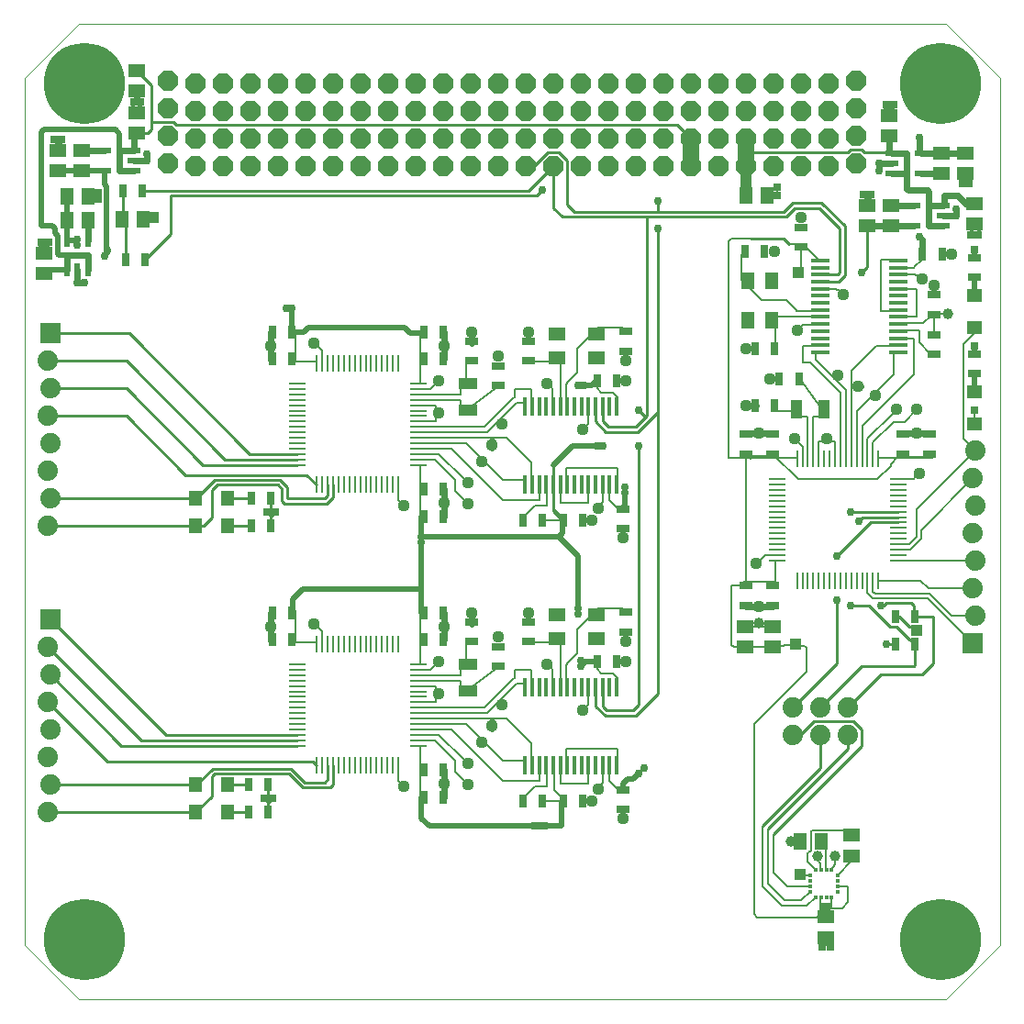
<source format=gtl>
G75*
%MOIN*%
%OFA0B0*%
%FSLAX25Y25*%
%IPPOS*%
%LPD*%
%AMOC8*
5,1,8,0,0,1.08239X$1,22.5*
%
%ADD10R,0.03150X0.04724*%
%ADD11R,0.05118X0.05906*%
%ADD12C,0.00000*%
%ADD13C,0.29528*%
%ADD14OC8,0.07400*%
%ADD15R,0.06102X0.00984*%
%ADD16R,0.00984X0.06102*%
%ADD17R,0.06890X0.01575*%
%ADD18R,0.03937X0.07087*%
%ADD19R,0.04724X0.03150*%
%ADD20C,0.00800*%
%ADD21C,0.04400*%
%ADD22C,0.02400*%
%ADD23R,0.04921X0.06299*%
%ADD24R,0.00984X0.03937*%
%ADD25R,0.03937X0.00984*%
%ADD26R,0.07400X0.07400*%
%ADD27C,0.07400*%
%ADD28R,0.01770X0.01180*%
%ADD29R,0.01180X0.01770*%
%ADD30R,0.05906X0.05118*%
%ADD31R,0.04724X0.02362*%
%ADD32R,0.02362X0.04724*%
%ADD33R,0.05512X0.04724*%
%ADD34R,0.01575X0.06890*%
%ADD35R,0.07087X0.03937*%
%ADD36R,0.06299X0.04921*%
%ADD37R,0.04724X0.05512*%
%ADD38C,0.01000*%
%ADD39C,0.02978*%
%ADD40R,0.02978X0.02978*%
%ADD41C,0.02000*%
%ADD42C,0.06000*%
%ADD43C,0.04000*%
%ADD44C,0.01200*%
%ADD45R,0.03962X0.03962*%
%ADD46C,0.03962*%
D10*
X0091754Y0072392D03*
X0098841Y0072392D03*
X0098841Y0082392D03*
X0091754Y0082392D03*
X0100274Y0135014D03*
X0107361Y0135014D03*
X0107361Y0144857D03*
X0100274Y0144857D03*
X0099841Y0176392D03*
X0092754Y0176392D03*
X0092754Y0186392D03*
X0099841Y0186392D03*
X0100274Y0237014D03*
X0107361Y0237014D03*
X0107361Y0246857D03*
X0100274Y0246857D03*
X0054020Y0273162D03*
X0046934Y0273162D03*
X0046082Y0298162D03*
X0053169Y0298162D03*
X0155235Y0246857D03*
X0162321Y0246857D03*
X0162321Y0237014D03*
X0155235Y0237014D03*
X0155235Y0189770D03*
X0162321Y0189770D03*
X0162321Y0179928D03*
X0155235Y0179928D03*
X0155235Y0144857D03*
X0162321Y0144857D03*
X0162321Y0135014D03*
X0155235Y0135014D03*
X0191317Y0178451D03*
X0198404Y0178451D03*
X0205924Y0178451D03*
X0213010Y0178451D03*
X0218325Y0229042D03*
X0225412Y0229042D03*
X0272081Y0276112D03*
X0279168Y0276112D03*
X0275683Y0240679D03*
X0282770Y0240679D03*
X0284542Y0229852D03*
X0291628Y0229852D03*
X0282770Y0220009D03*
X0275683Y0220009D03*
X0336550Y0275128D03*
X0343636Y0275128D03*
X0333841Y0143392D03*
X0326754Y0143392D03*
X0326754Y0133392D03*
X0333841Y0133392D03*
X0225412Y0127042D03*
X0218325Y0127042D03*
X0213010Y0076451D03*
X0205924Y0076451D03*
X0198404Y0076451D03*
X0191317Y0076451D03*
X0162321Y0077928D03*
X0155235Y0077928D03*
X0155235Y0087770D03*
X0162321Y0087770D03*
D11*
X0292157Y0061992D03*
X0299638Y0061992D03*
X0280038Y0296392D03*
X0272557Y0296392D03*
X0053280Y0287844D03*
X0045800Y0287844D03*
X0033288Y0287392D03*
X0025807Y0287392D03*
X0025807Y0296142D03*
X0033288Y0296142D03*
D12*
X0010258Y0338998D02*
X0010258Y0024038D01*
X0029943Y0004353D01*
X0344904Y0004353D01*
X0364589Y0024038D01*
X0364589Y0338998D01*
X0344904Y0358683D01*
X0029943Y0358683D01*
X0010258Y0338998D01*
D13*
X0031912Y0337030D03*
X0342935Y0337030D03*
X0342935Y0026006D03*
X0031912Y0026006D03*
D14*
X0062424Y0308030D03*
X0062424Y0318030D03*
X0072424Y0317030D03*
X0072424Y0327030D03*
X0062424Y0328030D03*
X0062424Y0338030D03*
X0072424Y0337030D03*
X0082424Y0337030D03*
X0092424Y0337030D03*
X0102424Y0337030D03*
X0112424Y0337030D03*
X0122424Y0337030D03*
X0132424Y0337030D03*
X0142424Y0337030D03*
X0152424Y0337030D03*
X0162424Y0337030D03*
X0172424Y0337030D03*
X0182424Y0337030D03*
X0192424Y0337030D03*
X0202424Y0337030D03*
X0212424Y0337030D03*
X0222424Y0337030D03*
X0232424Y0337030D03*
X0242424Y0337030D03*
X0252424Y0337030D03*
X0262424Y0337030D03*
X0272424Y0337030D03*
X0282424Y0337030D03*
X0292424Y0337030D03*
X0302424Y0337030D03*
X0312424Y0338030D03*
X0312424Y0328030D03*
X0302424Y0327030D03*
X0302424Y0317030D03*
X0302424Y0307030D03*
X0292424Y0307030D03*
X0292424Y0317030D03*
X0292424Y0327030D03*
X0282424Y0327030D03*
X0282424Y0317030D03*
X0282424Y0307030D03*
X0272424Y0307030D03*
X0272424Y0317030D03*
X0272424Y0327030D03*
X0262424Y0327030D03*
X0262424Y0317030D03*
X0262424Y0307030D03*
X0252424Y0307030D03*
X0252424Y0317030D03*
X0252424Y0327030D03*
X0242424Y0327030D03*
X0242424Y0317030D03*
X0242424Y0307030D03*
X0232424Y0307030D03*
X0232424Y0317030D03*
X0232424Y0327030D03*
X0222424Y0327030D03*
X0222424Y0317030D03*
X0222424Y0307030D03*
X0212424Y0307030D03*
X0212424Y0317030D03*
X0212424Y0327030D03*
X0202424Y0327030D03*
X0202424Y0317030D03*
X0202424Y0307030D03*
X0192424Y0307030D03*
X0192424Y0317030D03*
X0192424Y0327030D03*
X0182424Y0327030D03*
X0182424Y0317030D03*
X0182424Y0307030D03*
X0172424Y0307030D03*
X0172424Y0317030D03*
X0172424Y0327030D03*
X0162424Y0327030D03*
X0162424Y0317030D03*
X0162424Y0307030D03*
X0152424Y0307030D03*
X0152424Y0317030D03*
X0152424Y0327030D03*
X0142424Y0327030D03*
X0142424Y0317030D03*
X0142424Y0307030D03*
X0132424Y0307030D03*
X0132424Y0317030D03*
X0132424Y0327030D03*
X0122424Y0327030D03*
X0122424Y0317030D03*
X0122424Y0307030D03*
X0112424Y0307030D03*
X0112424Y0317030D03*
X0112424Y0327030D03*
X0102424Y0327030D03*
X0102424Y0317030D03*
X0102424Y0307030D03*
X0092424Y0307030D03*
X0092424Y0317030D03*
X0092424Y0327030D03*
X0082424Y0327030D03*
X0082424Y0317030D03*
X0082424Y0307030D03*
X0072424Y0307030D03*
X0312424Y0308030D03*
X0312424Y0318030D03*
D15*
X0327770Y0193435D03*
X0327770Y0191466D03*
X0327770Y0189498D03*
X0327770Y0187529D03*
X0327770Y0185561D03*
X0327770Y0183592D03*
X0327770Y0181624D03*
X0327770Y0179655D03*
X0327770Y0177687D03*
X0327770Y0175718D03*
X0327770Y0173750D03*
X0327770Y0171781D03*
X0327770Y0169813D03*
X0327770Y0167844D03*
X0327770Y0165876D03*
X0327770Y0163907D03*
X0283676Y0163907D03*
X0283676Y0165876D03*
X0283676Y0167844D03*
X0283676Y0169813D03*
X0283676Y0171781D03*
X0283676Y0173750D03*
X0283676Y0175718D03*
X0283676Y0177687D03*
X0283676Y0179655D03*
X0283676Y0181624D03*
X0283676Y0183592D03*
X0283676Y0185561D03*
X0283676Y0187529D03*
X0283676Y0189498D03*
X0283676Y0191466D03*
X0283676Y0193435D03*
X0153345Y0198628D03*
X0153345Y0200597D03*
X0153345Y0202565D03*
X0153345Y0204534D03*
X0153345Y0206502D03*
X0153345Y0208471D03*
X0153345Y0210439D03*
X0153345Y0212408D03*
X0153345Y0214376D03*
X0153345Y0216345D03*
X0153345Y0218313D03*
X0153345Y0220282D03*
X0153345Y0222250D03*
X0153345Y0224219D03*
X0153345Y0226187D03*
X0153345Y0228156D03*
X0109250Y0228156D03*
X0109250Y0226187D03*
X0109250Y0224219D03*
X0109250Y0222250D03*
X0109250Y0220282D03*
X0109250Y0218313D03*
X0109250Y0216345D03*
X0109250Y0214376D03*
X0109250Y0212408D03*
X0109250Y0210439D03*
X0109250Y0208471D03*
X0109250Y0206502D03*
X0109250Y0204534D03*
X0109250Y0202565D03*
X0109250Y0200597D03*
X0109250Y0198628D03*
X0109250Y0126156D03*
X0109250Y0124187D03*
X0109250Y0122219D03*
X0109250Y0120250D03*
X0109250Y0118282D03*
X0109250Y0116313D03*
X0109250Y0114345D03*
X0109250Y0112376D03*
X0109250Y0110408D03*
X0109250Y0108439D03*
X0109250Y0106471D03*
X0109250Y0104502D03*
X0109250Y0102534D03*
X0109250Y0100565D03*
X0109250Y0098597D03*
X0109250Y0096628D03*
X0153345Y0096628D03*
X0153345Y0098597D03*
X0153345Y0100565D03*
X0153345Y0102534D03*
X0153345Y0104502D03*
X0153345Y0106471D03*
X0153345Y0108439D03*
X0153345Y0110408D03*
X0153345Y0112376D03*
X0153345Y0114345D03*
X0153345Y0116313D03*
X0153345Y0118282D03*
X0153345Y0120250D03*
X0153345Y0122219D03*
X0153345Y0124187D03*
X0153345Y0126156D03*
D16*
X0146061Y0133439D03*
X0144093Y0133439D03*
X0142124Y0133439D03*
X0140156Y0133439D03*
X0138187Y0133439D03*
X0136219Y0133439D03*
X0134250Y0133439D03*
X0132282Y0133439D03*
X0130313Y0133439D03*
X0128345Y0133439D03*
X0126376Y0133439D03*
X0124408Y0133439D03*
X0122439Y0133439D03*
X0120471Y0133439D03*
X0118502Y0133439D03*
X0116534Y0133439D03*
X0116534Y0089345D03*
X0118502Y0089345D03*
X0120471Y0089345D03*
X0122439Y0089345D03*
X0124408Y0089345D03*
X0126376Y0089345D03*
X0128345Y0089345D03*
X0130313Y0089345D03*
X0132282Y0089345D03*
X0134250Y0089345D03*
X0136219Y0089345D03*
X0138187Y0089345D03*
X0140156Y0089345D03*
X0142124Y0089345D03*
X0144093Y0089345D03*
X0146061Y0089345D03*
X0146061Y0191345D03*
X0144093Y0191345D03*
X0142124Y0191345D03*
X0140156Y0191345D03*
X0138187Y0191345D03*
X0136219Y0191345D03*
X0134250Y0191345D03*
X0132282Y0191345D03*
X0130313Y0191345D03*
X0128345Y0191345D03*
X0126376Y0191345D03*
X0124408Y0191345D03*
X0122439Y0191345D03*
X0120471Y0191345D03*
X0118502Y0191345D03*
X0116534Y0191345D03*
X0116534Y0235439D03*
X0118502Y0235439D03*
X0120471Y0235439D03*
X0122439Y0235439D03*
X0124408Y0235439D03*
X0126376Y0235439D03*
X0128345Y0235439D03*
X0130313Y0235439D03*
X0132282Y0235439D03*
X0134250Y0235439D03*
X0136219Y0235439D03*
X0138187Y0235439D03*
X0140156Y0235439D03*
X0142124Y0235439D03*
X0144093Y0235439D03*
X0146061Y0235439D03*
X0290959Y0200718D03*
X0292928Y0200718D03*
X0294896Y0200718D03*
X0296865Y0200718D03*
X0298833Y0200718D03*
X0300802Y0200718D03*
X0302770Y0200718D03*
X0304739Y0200718D03*
X0306707Y0200718D03*
X0308676Y0200718D03*
X0310644Y0200718D03*
X0312613Y0200718D03*
X0314581Y0200718D03*
X0316550Y0200718D03*
X0318518Y0200718D03*
X0320487Y0200718D03*
X0320487Y0156624D03*
X0318518Y0156624D03*
X0316550Y0156624D03*
X0314581Y0156624D03*
X0312613Y0156624D03*
X0310644Y0156624D03*
X0308676Y0156624D03*
X0306707Y0156624D03*
X0304739Y0156624D03*
X0302770Y0156624D03*
X0300802Y0156624D03*
X0298833Y0156624D03*
X0296865Y0156624D03*
X0294896Y0156624D03*
X0292928Y0156624D03*
X0290959Y0156624D03*
D17*
X0299424Y0239537D03*
X0299424Y0242096D03*
X0299424Y0244655D03*
X0299424Y0247214D03*
X0299424Y0249773D03*
X0299424Y0252332D03*
X0299424Y0254891D03*
X0299424Y0257450D03*
X0299424Y0260009D03*
X0299424Y0262569D03*
X0299424Y0265128D03*
X0299424Y0267687D03*
X0299424Y0270246D03*
X0299424Y0272805D03*
X0327770Y0272805D03*
X0327770Y0270246D03*
X0327770Y0267687D03*
X0327770Y0265128D03*
X0327770Y0262569D03*
X0327770Y0260009D03*
X0327770Y0257450D03*
X0327770Y0254891D03*
X0327770Y0252332D03*
X0327770Y0249773D03*
X0327770Y0247214D03*
X0327770Y0244655D03*
X0327770Y0242096D03*
X0327770Y0239537D03*
D18*
X0300644Y0218671D03*
X0290802Y0218671D03*
D19*
X0282101Y0209694D03*
X0282101Y0202608D03*
X0272258Y0202608D03*
X0272258Y0209694D03*
X0227754Y0182565D03*
X0227754Y0175479D03*
X0228739Y0145034D03*
X0228739Y0137947D03*
X0193306Y0141431D03*
X0193306Y0134345D03*
X0182479Y0132573D03*
X0182479Y0125487D03*
X0172636Y0134345D03*
X0172636Y0141431D03*
X0227754Y0080565D03*
X0227754Y0073479D03*
X0272258Y0147647D03*
X0272258Y0154734D03*
X0282101Y0154734D03*
X0282101Y0147647D03*
X0329345Y0202608D03*
X0329345Y0209694D03*
X0339187Y0209694D03*
X0339187Y0202608D03*
X0355298Y0231849D03*
X0355298Y0238935D03*
X0340664Y0238691D03*
X0340664Y0245777D03*
X0340664Y0253297D03*
X0340664Y0260383D03*
X0355298Y0266849D03*
X0355298Y0273935D03*
X0292435Y0277903D03*
X0292435Y0284990D03*
X0228739Y0247034D03*
X0228739Y0239947D03*
X0193306Y0243431D03*
X0193306Y0236345D03*
X0182479Y0234573D03*
X0182479Y0227487D03*
X0172636Y0236345D03*
X0172636Y0243431D03*
D20*
X0170668Y0236030D02*
X0170668Y0228156D01*
X0168699Y0228156D02*
X0168699Y0224219D01*
X0153935Y0224219D01*
X0153935Y0222250D02*
X0168699Y0222250D01*
X0168699Y0218313D01*
X0171652Y0219298D02*
X0182479Y0227172D01*
X0188384Y0226187D02*
X0188384Y0223566D01*
X0188150Y0223000D02*
X0177557Y0212408D01*
X0154920Y0212408D01*
X0154920Y0210439D02*
X0178542Y0210439D01*
X0189134Y0221032D01*
X0189700Y0221266D02*
X0192321Y0221266D01*
X0194540Y0221266D02*
X0194540Y0226187D01*
X0188384Y0226187D01*
X0188384Y0223566D02*
X0188382Y0223514D01*
X0188377Y0223462D01*
X0188369Y0223410D01*
X0188357Y0223359D01*
X0188342Y0223309D01*
X0188323Y0223260D01*
X0188301Y0223212D01*
X0188277Y0223166D01*
X0188249Y0223122D01*
X0188219Y0223079D01*
X0188185Y0223039D01*
X0188150Y0223000D01*
X0189134Y0221032D02*
X0189173Y0221067D01*
X0189213Y0221101D01*
X0189256Y0221131D01*
X0189300Y0221159D01*
X0189346Y0221183D01*
X0189394Y0221205D01*
X0189443Y0221224D01*
X0189493Y0221239D01*
X0189544Y0221251D01*
X0189596Y0221259D01*
X0189648Y0221264D01*
X0189700Y0221266D01*
X0200195Y0228156D02*
X0201929Y0226422D01*
X0202164Y0225856D02*
X0202164Y0219298D01*
X0205117Y0220282D02*
X0205117Y0237014D01*
X0203148Y0236030D02*
X0192321Y0236030D01*
X0201930Y0226422D02*
X0201965Y0226383D01*
X0201999Y0226343D01*
X0202029Y0226300D01*
X0202057Y0226256D01*
X0202081Y0226210D01*
X0202103Y0226162D01*
X0202122Y0226113D01*
X0202137Y0226063D01*
X0202149Y0226012D01*
X0202157Y0225960D01*
X0202162Y0225908D01*
X0202164Y0225856D01*
X0207085Y0227825D02*
X0207085Y0220282D01*
X0207085Y0227825D02*
X0207087Y0227877D01*
X0207092Y0227929D01*
X0207100Y0227981D01*
X0207112Y0228032D01*
X0207127Y0228082D01*
X0207146Y0228131D01*
X0207168Y0228179D01*
X0207192Y0228225D01*
X0207220Y0228269D01*
X0207250Y0228312D01*
X0207284Y0228352D01*
X0207319Y0228391D01*
X0207319Y0228390D02*
X0211022Y0232093D01*
X0211022Y0240620D01*
X0211256Y0241185D02*
X0215943Y0245872D01*
X0218404Y0248333D02*
X0227423Y0248333D01*
X0227989Y0248099D02*
X0228739Y0247349D01*
X0227989Y0248099D02*
X0227950Y0248134D01*
X0227910Y0248168D01*
X0227867Y0248198D01*
X0227823Y0248226D01*
X0227777Y0248250D01*
X0227729Y0248272D01*
X0227680Y0248291D01*
X0227630Y0248306D01*
X0227579Y0248318D01*
X0227527Y0248326D01*
X0227475Y0248331D01*
X0227423Y0248333D01*
X0211256Y0241186D02*
X0211221Y0241147D01*
X0211187Y0241107D01*
X0211157Y0241064D01*
X0211129Y0241020D01*
X0211105Y0240974D01*
X0211083Y0240926D01*
X0211064Y0240877D01*
X0211049Y0240827D01*
X0211037Y0240776D01*
X0211029Y0240724D01*
X0211024Y0240672D01*
X0211022Y0240620D01*
X0218306Y0229140D02*
X0218306Y0226384D01*
X0219880Y0224809D01*
X0224211Y0224809D01*
X0225786Y0223235D01*
X0225786Y0220085D01*
X0214959Y0218313D02*
X0214959Y0213723D01*
X0214725Y0213158D02*
X0212991Y0211424D01*
X0214725Y0213157D02*
X0214760Y0213196D01*
X0214794Y0213236D01*
X0214824Y0213279D01*
X0214852Y0213323D01*
X0214876Y0213369D01*
X0214898Y0213417D01*
X0214917Y0213466D01*
X0214932Y0213516D01*
X0214944Y0213567D01*
X0214952Y0213619D01*
X0214957Y0213671D01*
X0214959Y0213723D01*
X0207085Y0197644D02*
X0225786Y0197644D01*
X0225786Y0189770D01*
X0222833Y0189770D02*
X0222833Y0186164D01*
X0223067Y0185599D02*
X0225786Y0182880D01*
X0223067Y0185598D02*
X0223032Y0185637D01*
X0222998Y0185677D01*
X0222968Y0185720D01*
X0222940Y0185764D01*
X0222916Y0185810D01*
X0222894Y0185858D01*
X0222875Y0185907D01*
X0222860Y0185957D01*
X0222848Y0186008D01*
X0222840Y0186060D01*
X0222835Y0186112D01*
X0222833Y0186164D01*
X0220372Y0185672D02*
X0220372Y0191246D01*
X0214959Y0189770D02*
X0214959Y0184849D01*
X0205117Y0184849D01*
X0205117Y0189770D01*
X0202656Y0189278D02*
X0202656Y0182388D01*
X0205609Y0179435D01*
X0205609Y0178451D02*
X0197735Y0178451D01*
X0205117Y0177467D02*
X0205609Y0177467D01*
X0200195Y0183865D02*
X0195766Y0183865D01*
X0191829Y0179928D01*
X0197243Y0185833D02*
X0197243Y0188786D01*
X0200195Y0188786D02*
X0200195Y0183865D01*
X0197243Y0185833D02*
X0183994Y0185833D01*
X0165294Y0204534D01*
X0152951Y0204534D01*
X0152459Y0206502D02*
X0170668Y0206502D01*
X0183955Y0193215D01*
X0192321Y0193215D01*
X0194540Y0192965D02*
X0194540Y0199363D01*
X0185431Y0208471D01*
X0153935Y0208471D01*
X0156235Y0214376D02*
X0159841Y0214376D01*
X0159841Y0220282D01*
X0153935Y0220282D01*
X0154920Y0226187D02*
X0157872Y0226187D01*
X0160825Y0229140D01*
X0153935Y0228156D02*
X0153935Y0247349D01*
X0118502Y0239636D02*
X0118502Y0236030D01*
X0116534Y0236030D02*
X0108660Y0236030D01*
X0107676Y0236030D01*
X0108660Y0236030D02*
X0108660Y0247841D01*
X0114565Y0243904D02*
X0118268Y0240201D01*
X0118268Y0240202D02*
X0118303Y0240163D01*
X0118337Y0240123D01*
X0118367Y0240080D01*
X0118395Y0240036D01*
X0118419Y0239990D01*
X0118441Y0239942D01*
X0118460Y0239893D01*
X0118475Y0239843D01*
X0118487Y0239792D01*
X0118495Y0239740D01*
X0118500Y0239688D01*
X0118502Y0239636D01*
X0154920Y0202565D02*
X0160825Y0202565D01*
X0169941Y0193449D01*
X0169941Y0191225D01*
X0166731Y0193215D02*
X0166731Y0189209D01*
X0171298Y0184642D01*
X0166731Y0193215D02*
X0159349Y0200597D01*
X0155412Y0200597D01*
X0153935Y0198628D02*
X0153935Y0178943D01*
X0148030Y0183865D02*
X0146296Y0185599D01*
X0146061Y0186164D02*
X0146061Y0190754D01*
X0146061Y0186164D02*
X0146063Y0186112D01*
X0146068Y0186060D01*
X0146076Y0186008D01*
X0146088Y0185957D01*
X0146103Y0185907D01*
X0146122Y0185858D01*
X0146144Y0185810D01*
X0146168Y0185764D01*
X0146196Y0185720D01*
X0146226Y0185677D01*
X0146260Y0185637D01*
X0146295Y0185598D01*
X0153935Y0145349D02*
X0153935Y0126156D01*
X0154920Y0124187D02*
X0157872Y0124187D01*
X0160825Y0127140D01*
X0168699Y0126156D02*
X0168699Y0122219D01*
X0153935Y0122219D01*
X0153935Y0120250D02*
X0168699Y0120250D01*
X0168699Y0116313D01*
X0171652Y0117298D02*
X0182479Y0125172D01*
X0188384Y0124187D02*
X0188384Y0121566D01*
X0188150Y0121000D02*
X0177557Y0110408D01*
X0154920Y0110408D01*
X0154920Y0108439D02*
X0178542Y0108439D01*
X0189134Y0119032D01*
X0189700Y0119266D02*
X0192321Y0119266D01*
X0194540Y0119266D02*
X0194540Y0124187D01*
X0188384Y0124187D01*
X0188384Y0121566D02*
X0188382Y0121514D01*
X0188377Y0121462D01*
X0188369Y0121410D01*
X0188357Y0121359D01*
X0188342Y0121309D01*
X0188323Y0121260D01*
X0188301Y0121212D01*
X0188277Y0121166D01*
X0188249Y0121122D01*
X0188219Y0121079D01*
X0188185Y0121039D01*
X0188150Y0121000D01*
X0189134Y0119032D02*
X0189173Y0119067D01*
X0189213Y0119101D01*
X0189256Y0119131D01*
X0189300Y0119159D01*
X0189346Y0119183D01*
X0189394Y0119205D01*
X0189443Y0119224D01*
X0189493Y0119239D01*
X0189544Y0119251D01*
X0189596Y0119259D01*
X0189648Y0119264D01*
X0189700Y0119266D01*
X0200195Y0126156D02*
X0201929Y0124422D01*
X0202164Y0123856D02*
X0202164Y0117298D01*
X0205117Y0118282D02*
X0205117Y0135014D01*
X0203148Y0134030D02*
X0192321Y0134030D01*
X0201930Y0124422D02*
X0201965Y0124383D01*
X0201999Y0124343D01*
X0202029Y0124300D01*
X0202057Y0124256D01*
X0202081Y0124210D01*
X0202103Y0124162D01*
X0202122Y0124113D01*
X0202137Y0124063D01*
X0202149Y0124012D01*
X0202157Y0123960D01*
X0202162Y0123908D01*
X0202164Y0123856D01*
X0207085Y0125825D02*
X0207085Y0118282D01*
X0207085Y0125825D02*
X0207087Y0125877D01*
X0207092Y0125929D01*
X0207100Y0125981D01*
X0207112Y0126032D01*
X0207127Y0126082D01*
X0207146Y0126131D01*
X0207168Y0126179D01*
X0207192Y0126225D01*
X0207220Y0126269D01*
X0207250Y0126312D01*
X0207284Y0126352D01*
X0207319Y0126391D01*
X0207319Y0126390D02*
X0211022Y0130093D01*
X0211022Y0138620D01*
X0211256Y0139185D02*
X0215943Y0143872D01*
X0218404Y0146333D02*
X0227423Y0146333D01*
X0227989Y0146099D02*
X0228739Y0145349D01*
X0227989Y0146099D02*
X0227950Y0146134D01*
X0227910Y0146168D01*
X0227867Y0146198D01*
X0227823Y0146226D01*
X0227777Y0146250D01*
X0227729Y0146272D01*
X0227680Y0146291D01*
X0227630Y0146306D01*
X0227579Y0146318D01*
X0227527Y0146326D01*
X0227475Y0146331D01*
X0227423Y0146333D01*
X0211256Y0139186D02*
X0211221Y0139147D01*
X0211187Y0139107D01*
X0211157Y0139064D01*
X0211129Y0139020D01*
X0211105Y0138974D01*
X0211083Y0138926D01*
X0211064Y0138877D01*
X0211049Y0138827D01*
X0211037Y0138776D01*
X0211029Y0138724D01*
X0211024Y0138672D01*
X0211022Y0138620D01*
X0218306Y0127140D02*
X0218306Y0124384D01*
X0219880Y0122809D01*
X0224211Y0122809D01*
X0225786Y0121235D01*
X0225786Y0118085D01*
X0214959Y0116313D02*
X0214959Y0111723D01*
X0214725Y0111158D02*
X0212991Y0109424D01*
X0214725Y0111157D02*
X0214760Y0111196D01*
X0214794Y0111236D01*
X0214824Y0111279D01*
X0214852Y0111323D01*
X0214876Y0111369D01*
X0214898Y0111417D01*
X0214917Y0111466D01*
X0214932Y0111516D01*
X0214944Y0111567D01*
X0214952Y0111619D01*
X0214957Y0111671D01*
X0214959Y0111723D01*
X0207085Y0095644D02*
X0225786Y0095644D01*
X0225786Y0087770D01*
X0222833Y0087770D02*
X0222833Y0084164D01*
X0223067Y0083599D02*
X0225786Y0080880D01*
X0223067Y0083598D02*
X0223032Y0083637D01*
X0222998Y0083677D01*
X0222968Y0083720D01*
X0222940Y0083764D01*
X0222916Y0083810D01*
X0222894Y0083858D01*
X0222875Y0083907D01*
X0222860Y0083957D01*
X0222848Y0084008D01*
X0222840Y0084060D01*
X0222835Y0084112D01*
X0222833Y0084164D01*
X0220372Y0083672D02*
X0220372Y0089246D01*
X0214959Y0087770D02*
X0214959Y0082849D01*
X0205117Y0082849D01*
X0205117Y0087770D01*
X0202656Y0087278D02*
X0202656Y0080388D01*
X0205609Y0077435D01*
X0205609Y0076451D02*
X0197735Y0076451D01*
X0205117Y0075467D02*
X0205609Y0075467D01*
X0200195Y0081865D02*
X0195766Y0081865D01*
X0191829Y0077928D01*
X0197243Y0083833D02*
X0197243Y0086786D01*
X0200195Y0086786D02*
X0200195Y0081865D01*
X0197243Y0083833D02*
X0183994Y0083833D01*
X0165294Y0102534D01*
X0152951Y0102534D01*
X0152459Y0104502D02*
X0170668Y0104502D01*
X0183955Y0091215D01*
X0192321Y0091215D01*
X0194540Y0090965D02*
X0194540Y0097363D01*
X0185431Y0106471D01*
X0153935Y0106471D01*
X0156235Y0112376D02*
X0159841Y0112376D01*
X0159841Y0118282D01*
X0153935Y0118282D01*
X0154920Y0100565D02*
X0160825Y0100565D01*
X0169941Y0091449D01*
X0169941Y0089225D01*
X0166731Y0091215D02*
X0166731Y0087209D01*
X0171298Y0082642D01*
X0166731Y0091215D02*
X0159349Y0098597D01*
X0155412Y0098597D01*
X0153935Y0096628D02*
X0153935Y0076943D01*
X0148030Y0081865D02*
X0146296Y0083599D01*
X0146061Y0084164D02*
X0146061Y0088754D01*
X0146061Y0084164D02*
X0146063Y0084112D01*
X0146068Y0084060D01*
X0146076Y0084008D01*
X0146088Y0083957D01*
X0146103Y0083907D01*
X0146122Y0083858D01*
X0146144Y0083810D01*
X0146168Y0083764D01*
X0146196Y0083720D01*
X0146226Y0083677D01*
X0146260Y0083637D01*
X0146295Y0083598D01*
X0170668Y0126156D02*
X0170668Y0134030D01*
X0207085Y0095644D02*
X0207085Y0089739D01*
X0220372Y0083672D02*
X0220366Y0083580D01*
X0220356Y0083488D01*
X0220342Y0083397D01*
X0220324Y0083306D01*
X0220303Y0083216D01*
X0220278Y0083127D01*
X0220250Y0083039D01*
X0220218Y0082952D01*
X0220182Y0082867D01*
X0220143Y0082783D01*
X0220100Y0082701D01*
X0220054Y0082621D01*
X0220005Y0082543D01*
X0219952Y0082467D01*
X0219897Y0082393D01*
X0219838Y0082322D01*
X0219777Y0082253D01*
X0219712Y0082186D01*
X0219645Y0082122D01*
X0219646Y0082122D02*
X0218404Y0080880D01*
X0267935Y0132502D02*
X0267148Y0133290D01*
X0267148Y0154943D01*
X0271874Y0154943D01*
X0272128Y0155197D01*
X0272328Y0155397D01*
X0272328Y0201916D01*
X0282774Y0201916D01*
X0291298Y0193392D01*
X0320098Y0193392D01*
X0324898Y0198192D01*
X0324898Y0198992D01*
X0327298Y0201392D01*
X0338746Y0201392D01*
X0339192Y0201838D01*
X0340172Y0201309D02*
X0320487Y0201309D01*
X0318518Y0202785D02*
X0318518Y0206722D01*
X0325900Y0214104D01*
X0329906Y0214104D01*
X0334473Y0218671D01*
X0327890Y0217315D02*
X0325666Y0217315D01*
X0316550Y0208198D01*
X0316550Y0202293D01*
X0314581Y0200324D02*
X0314581Y0212667D01*
X0333282Y0231368D01*
X0333282Y0244616D01*
X0330329Y0244616D01*
X0330329Y0247569D02*
X0335250Y0247569D01*
X0335250Y0243139D01*
X0339187Y0239202D01*
X0340664Y0245108D02*
X0340664Y0252982D01*
X0341074Y0253392D01*
X0345698Y0253392D01*
X0341648Y0252982D02*
X0341648Y0252490D01*
X0339680Y0252982D02*
X0336727Y0250029D01*
X0329837Y0250029D01*
X0329345Y0252490D02*
X0334266Y0252490D01*
X0334266Y0262332D01*
X0329345Y0262332D01*
X0333443Y0267746D02*
X0333535Y0267740D01*
X0333627Y0267730D01*
X0333718Y0267716D01*
X0333809Y0267698D01*
X0333899Y0267677D01*
X0333988Y0267652D01*
X0334076Y0267624D01*
X0334163Y0267592D01*
X0334248Y0267556D01*
X0334332Y0267517D01*
X0334414Y0267474D01*
X0334494Y0267428D01*
X0334572Y0267379D01*
X0334648Y0267326D01*
X0334722Y0267271D01*
X0334793Y0267212D01*
X0334862Y0267151D01*
X0334929Y0267086D01*
X0334993Y0267019D01*
X0336235Y0265777D01*
X0333443Y0267746D02*
X0327869Y0267746D01*
X0329345Y0270206D02*
X0332951Y0270206D01*
X0333516Y0270441D02*
X0336235Y0273159D01*
X0333517Y0270440D02*
X0333478Y0270405D01*
X0333438Y0270371D01*
X0333395Y0270341D01*
X0333351Y0270313D01*
X0333305Y0270289D01*
X0333257Y0270267D01*
X0333208Y0270248D01*
X0333158Y0270233D01*
X0333107Y0270221D01*
X0333055Y0270213D01*
X0333003Y0270208D01*
X0332951Y0270206D01*
X0329345Y0273159D02*
X0321471Y0273159D01*
X0321471Y0254458D01*
X0327376Y0254458D01*
X0326150Y0241913D02*
X0319752Y0241913D01*
X0310644Y0232805D01*
X0310644Y0201309D01*
X0308676Y0202293D02*
X0308676Y0225915D01*
X0298083Y0236507D01*
X0297849Y0237073D02*
X0297849Y0239694D01*
X0297849Y0241913D02*
X0292928Y0241913D01*
X0292928Y0235757D01*
X0295549Y0235757D01*
X0296115Y0235523D02*
X0306707Y0224931D01*
X0306707Y0202293D01*
X0304739Y0203609D02*
X0304739Y0207214D01*
X0298833Y0207214D01*
X0298833Y0201309D01*
X0296865Y0201309D02*
X0296865Y0216072D01*
X0300802Y0216072D01*
X0299817Y0219025D02*
X0291943Y0229852D01*
X0295549Y0235757D02*
X0295601Y0235755D01*
X0295653Y0235750D01*
X0295705Y0235742D01*
X0295756Y0235730D01*
X0295806Y0235715D01*
X0295855Y0235696D01*
X0295903Y0235674D01*
X0295949Y0235650D01*
X0295993Y0235622D01*
X0296036Y0235592D01*
X0296076Y0235558D01*
X0296115Y0235523D01*
X0298083Y0236507D02*
X0298048Y0236546D01*
X0298014Y0236586D01*
X0297984Y0236629D01*
X0297956Y0236673D01*
X0297932Y0236719D01*
X0297910Y0236767D01*
X0297891Y0236816D01*
X0297876Y0236866D01*
X0297864Y0236917D01*
X0297856Y0236969D01*
X0297851Y0237021D01*
X0297849Y0237073D01*
X0292693Y0249303D02*
X0292732Y0249338D01*
X0292772Y0249372D01*
X0292815Y0249402D01*
X0292859Y0249430D01*
X0292905Y0249454D01*
X0292953Y0249476D01*
X0293002Y0249495D01*
X0293052Y0249510D01*
X0293103Y0249522D01*
X0293155Y0249530D01*
X0293207Y0249535D01*
X0293259Y0249537D01*
X0299817Y0249537D01*
X0298833Y0252490D02*
X0282101Y0252490D01*
X0283085Y0250521D02*
X0283085Y0239694D01*
X0290959Y0247569D02*
X0292693Y0249303D01*
X0291290Y0254458D02*
X0298833Y0254458D01*
X0291290Y0254458D02*
X0291238Y0254460D01*
X0291186Y0254465D01*
X0291134Y0254473D01*
X0291083Y0254485D01*
X0291033Y0254500D01*
X0290984Y0254519D01*
X0290936Y0254541D01*
X0290890Y0254565D01*
X0290846Y0254593D01*
X0290803Y0254623D01*
X0290763Y0254657D01*
X0290724Y0254692D01*
X0290725Y0254693D02*
X0287022Y0258395D01*
X0278495Y0258395D01*
X0277929Y0258630D02*
X0273243Y0263317D01*
X0270782Y0265777D02*
X0270782Y0274796D01*
X0271016Y0275362D02*
X0271766Y0276112D01*
X0271016Y0275362D02*
X0270981Y0275323D01*
X0270947Y0275283D01*
X0270917Y0275240D01*
X0270889Y0275196D01*
X0270865Y0275150D01*
X0270843Y0275102D01*
X0270824Y0275053D01*
X0270809Y0275003D01*
X0270797Y0274952D01*
X0270789Y0274900D01*
X0270784Y0274848D01*
X0270782Y0274796D01*
X0266164Y0279943D02*
X0267148Y0280928D01*
X0274038Y0280928D01*
X0266164Y0279943D02*
X0266164Y0201203D01*
X0274038Y0201203D01*
X0271766Y0201309D02*
X0290959Y0201309D01*
X0292928Y0202293D02*
X0292928Y0205246D01*
X0289975Y0208198D01*
X0294896Y0201309D02*
X0294896Y0216072D01*
X0290959Y0216072D01*
X0290959Y0218041D02*
X0283085Y0218041D01*
X0312613Y0218041D02*
X0312613Y0199832D01*
X0328361Y0193435D02*
X0332951Y0193435D01*
X0333516Y0193669D02*
X0335250Y0195403D01*
X0333517Y0193669D02*
X0333478Y0193634D01*
X0333438Y0193600D01*
X0333395Y0193570D01*
X0333351Y0193542D01*
X0333305Y0193518D01*
X0333257Y0193496D01*
X0333208Y0193477D01*
X0333158Y0193462D01*
X0333107Y0193450D01*
X0333055Y0193442D01*
X0333003Y0193437D01*
X0332951Y0193435D01*
X0334498Y0182366D02*
X0355861Y0203729D01*
X0351342Y0208248D01*
X0351342Y0242611D01*
X0355298Y0246567D01*
X0355298Y0248487D01*
X0325900Y0239694D02*
X0325900Y0231328D01*
X0312613Y0218041D01*
X0334498Y0182366D02*
X0334498Y0172592D01*
X0331718Y0169813D01*
X0327770Y0169813D01*
X0327770Y0167844D02*
X0332150Y0167844D01*
X0335998Y0171692D01*
X0335998Y0171829D01*
X0336098Y0171929D01*
X0336098Y0174966D01*
X0354861Y0193729D01*
X0355298Y0213487D02*
X0355298Y0218392D01*
X0336098Y0171792D02*
X0335998Y0171692D01*
X0327770Y0163907D02*
X0355683Y0163907D01*
X0355861Y0163729D01*
X0354861Y0153729D02*
X0338650Y0153729D01*
X0335755Y0156624D01*
X0320487Y0156624D01*
X0318518Y0156624D02*
X0318518Y0152572D01*
X0319298Y0151792D01*
X0339060Y0151792D01*
X0347123Y0143729D01*
X0355861Y0143729D01*
X0354861Y0133729D02*
X0338398Y0150192D01*
X0318498Y0150192D01*
X0316550Y0152140D01*
X0316550Y0156624D01*
X0294298Y0132392D02*
X0294298Y0123392D01*
X0275298Y0104392D01*
X0275298Y0035392D01*
X0276424Y0034266D01*
X0297148Y0034266D01*
X0301472Y0034463D01*
X0301472Y0036417D01*
X0301098Y0037592D01*
X0303550Y0037592D01*
X0303550Y0041546D01*
X0299898Y0041261D02*
X0299498Y0040861D01*
X0299498Y0039592D01*
X0301098Y0037992D01*
X0301098Y0037592D01*
X0303550Y0037592D02*
X0307372Y0037592D01*
X0309455Y0039676D01*
X0309455Y0045581D01*
X0305617Y0045581D01*
X0305617Y0049518D02*
X0310808Y0054709D01*
X0310808Y0056636D01*
X0304698Y0056392D02*
X0304698Y0053533D01*
X0303550Y0051585D01*
X0301581Y0051585D02*
X0301498Y0051669D01*
X0301498Y0058792D01*
X0299441Y0061535D01*
X0299638Y0061992D01*
X0295898Y0058523D02*
X0295214Y0057839D01*
X0295145Y0057839D01*
X0294698Y0057392D01*
X0294698Y0057592D01*
X0294698Y0054531D01*
X0297644Y0051585D01*
X0299498Y0051700D02*
X0299498Y0053992D01*
X0298298Y0055192D01*
X0298298Y0056392D01*
X0295898Y0058523D02*
X0295898Y0065592D01*
X0296298Y0065992D01*
X0308698Y0065992D01*
X0311608Y0063082D01*
X0310808Y0064117D01*
X0299498Y0051700D02*
X0299613Y0051585D01*
X0295577Y0049518D02*
X0295503Y0049592D01*
X0293498Y0049592D01*
X0291898Y0049992D01*
X0295577Y0045581D02*
X0295575Y0045554D01*
X0295569Y0045528D01*
X0295560Y0045502D01*
X0295547Y0045479D01*
X0295531Y0045457D01*
X0295512Y0045438D01*
X0295490Y0045422D01*
X0295467Y0045409D01*
X0295441Y0045400D01*
X0295415Y0045394D01*
X0295388Y0045392D01*
X0287298Y0045392D01*
X0282298Y0050392D01*
X0282298Y0064392D01*
X0280298Y0066392D02*
X0280298Y0046392D01*
X0286298Y0040392D01*
X0292357Y0040392D01*
X0295577Y0043613D01*
X0292624Y0040660D01*
X0294491Y0038392D02*
X0285298Y0038392D01*
X0278298Y0045392D01*
X0278298Y0067392D01*
X0288698Y0061992D02*
X0292157Y0061992D01*
X0297644Y0041546D02*
X0294491Y0038392D01*
X0297498Y0041399D02*
X0297644Y0041546D01*
X0299613Y0041546D02*
X0299898Y0041261D01*
X0300660Y0034754D02*
X0297148Y0034266D01*
X0294298Y0132392D02*
X0290298Y0133392D01*
X0282219Y0132392D01*
X0282022Y0132392D01*
X0281912Y0132502D01*
X0272069Y0132502D01*
X0267935Y0132502D01*
X0272069Y0139983D02*
X0281912Y0139983D01*
X0281912Y0140180D01*
X0276991Y0141164D01*
X0282502Y0133290D02*
X0281912Y0132502D01*
X0283085Y0155049D02*
X0283085Y0156033D01*
X0283085Y0163907D01*
X0283085Y0165876D02*
X0279479Y0165876D01*
X0278914Y0165641D02*
X0275211Y0161939D01*
X0278913Y0165642D02*
X0278952Y0165677D01*
X0278992Y0165711D01*
X0279035Y0165741D01*
X0279079Y0165769D01*
X0279125Y0165793D01*
X0279173Y0165815D01*
X0279222Y0165834D01*
X0279272Y0165849D01*
X0279323Y0165861D01*
X0279375Y0165869D01*
X0279427Y0165874D01*
X0279479Y0165876D01*
X0283085Y0156033D02*
X0271274Y0156033D01*
X0219646Y0184122D02*
X0218404Y0182880D01*
X0219645Y0184122D02*
X0219712Y0184186D01*
X0219777Y0184253D01*
X0219838Y0184322D01*
X0219897Y0184393D01*
X0219952Y0184467D01*
X0220005Y0184543D01*
X0220054Y0184621D01*
X0220100Y0184701D01*
X0220143Y0184783D01*
X0220182Y0184867D01*
X0220218Y0184952D01*
X0220250Y0185039D01*
X0220278Y0185127D01*
X0220303Y0185216D01*
X0220324Y0185306D01*
X0220342Y0185397D01*
X0220356Y0185488D01*
X0220366Y0185580D01*
X0220372Y0185672D01*
X0207085Y0191739D02*
X0207085Y0197644D01*
X0277929Y0258629D02*
X0277968Y0258594D01*
X0278008Y0258560D01*
X0278051Y0258530D01*
X0278095Y0258502D01*
X0278141Y0258478D01*
X0278189Y0258456D01*
X0278238Y0258437D01*
X0278288Y0258422D01*
X0278339Y0258410D01*
X0278391Y0258402D01*
X0278443Y0258397D01*
X0278495Y0258395D01*
X0291298Y0268592D02*
X0292435Y0269730D01*
X0292435Y0277588D01*
X0291031Y0278992D01*
X0288098Y0278992D01*
X0294404Y0277588D02*
X0299012Y0272980D01*
X0300802Y0262332D02*
X0305391Y0262332D01*
X0305957Y0262098D02*
X0307691Y0260364D01*
X0305957Y0262098D02*
X0305918Y0262133D01*
X0305878Y0262167D01*
X0305835Y0262197D01*
X0305791Y0262225D01*
X0305745Y0262249D01*
X0305697Y0262271D01*
X0305648Y0262290D01*
X0305598Y0262305D01*
X0305547Y0262317D01*
X0305495Y0262325D01*
X0305443Y0262330D01*
X0305391Y0262332D01*
X0283698Y0296492D02*
X0280138Y0296492D01*
X0280038Y0296392D01*
X0283698Y0296492D02*
X0283698Y0299392D01*
X0118268Y0138201D02*
X0114565Y0141904D01*
X0118268Y0138202D02*
X0118303Y0138163D01*
X0118337Y0138123D01*
X0118367Y0138080D01*
X0118395Y0138036D01*
X0118419Y0137990D01*
X0118441Y0137942D01*
X0118460Y0137893D01*
X0118475Y0137843D01*
X0118487Y0137792D01*
X0118495Y0137740D01*
X0118500Y0137688D01*
X0118502Y0137636D01*
X0118502Y0134030D01*
X0116534Y0134030D02*
X0108660Y0134030D01*
X0107676Y0134030D01*
X0108660Y0134030D02*
X0108660Y0145841D01*
X0056898Y0288392D02*
X0053631Y0288392D01*
X0053280Y0287844D01*
X0046082Y0287929D02*
X0045800Y0287844D01*
X0045821Y0286385D01*
D21*
X0099802Y0241935D03*
X0115550Y0242920D03*
X0160825Y0229140D03*
X0160825Y0217329D03*
X0179934Y0205910D03*
X0176313Y0199663D03*
X0171298Y0192142D03*
X0171298Y0184642D03*
X0162794Y0184849D03*
X0148030Y0183865D03*
X0183847Y0213392D03*
X0200195Y0228156D03*
X0182479Y0237998D03*
X0172636Y0246857D03*
X0162794Y0241935D03*
X0193306Y0246857D03*
X0228739Y0236522D03*
X0228837Y0229042D03*
X0212991Y0211424D03*
X0218896Y0182880D03*
X0216435Y0178451D03*
X0227754Y0172054D03*
X0193306Y0144857D03*
X0182479Y0135998D03*
X0172636Y0144857D03*
X0162794Y0139935D03*
X0160825Y0127140D03*
X0160825Y0115329D03*
X0179934Y0103910D03*
X0176313Y0097663D03*
X0171298Y0090142D03*
X0171298Y0082642D03*
X0162794Y0082849D03*
X0148030Y0081865D03*
X0183847Y0111392D03*
X0200195Y0126156D03*
X0212991Y0109424D03*
X0228837Y0127042D03*
X0228739Y0134522D03*
X0277180Y0147175D03*
X0276195Y0162923D03*
X0289975Y0208198D03*
X0301786Y0208198D03*
X0319452Y0223686D03*
X0313205Y0227307D03*
X0305723Y0231220D03*
X0290959Y0247569D03*
X0272258Y0240679D03*
X0281117Y0229852D03*
X0272258Y0220009D03*
X0277180Y0210167D03*
X0326973Y0218671D03*
X0334473Y0218671D03*
X0334266Y0210167D03*
X0335250Y0195403D03*
X0307691Y0260364D03*
X0282593Y0276112D03*
X0292435Y0288415D03*
X0336235Y0266269D03*
X0340664Y0263809D03*
X0347061Y0275128D03*
X0218896Y0080880D03*
X0216435Y0076451D03*
X0227754Y0070054D03*
X0115550Y0140920D03*
X0099802Y0139935D03*
D22*
X0099802Y0144857D02*
X0099802Y0134935D01*
X0162794Y0135014D02*
X0162794Y0144935D01*
X0172636Y0144857D02*
X0172636Y0140920D01*
X0179898Y0105492D02*
X0179898Y0102992D01*
X0162794Y0087849D02*
X0162794Y0077928D01*
X0162794Y0179928D02*
X0162794Y0189849D01*
X0179898Y0204992D02*
X0179898Y0207492D01*
X0162794Y0237014D02*
X0162794Y0246935D01*
X0172636Y0246857D02*
X0172636Y0242920D01*
X0099802Y0246857D02*
X0099802Y0236935D01*
X0036941Y0295001D02*
X0035800Y0296142D01*
X0033288Y0296142D01*
X0035582Y0296142D01*
X0036941Y0297501D01*
X0033288Y0287392D02*
X0033288Y0280207D01*
X0033298Y0274892D02*
X0025798Y0274892D01*
X0025798Y0269587D01*
X0029548Y0269577D02*
X0029548Y0264892D01*
X0032048Y0264892D01*
X0033288Y0269577D02*
X0033288Y0274882D01*
X0033298Y0274892D01*
X0018906Y0279499D02*
X0017548Y0278140D01*
X0017548Y0275632D01*
X0016406Y0276774D01*
X0016406Y0279499D01*
X0044798Y0305392D02*
X0050113Y0305392D01*
X0050113Y0309142D02*
X0054798Y0309142D01*
X0054798Y0311642D01*
X0050113Y0312882D02*
X0050113Y0318217D01*
X0050103Y0312892D02*
X0044798Y0312892D01*
X0044798Y0305392D01*
X0039483Y0312882D02*
X0031048Y0312882D01*
X0272258Y0220009D02*
X0276195Y0220009D01*
X0272180Y0210167D02*
X0282101Y0210167D01*
X0311623Y0227271D02*
X0314123Y0227271D01*
X0329266Y0210167D02*
X0339187Y0210167D01*
X0282180Y0147175D02*
X0272258Y0147175D01*
X0336298Y0277392D02*
X0336298Y0280392D01*
X0335298Y0281392D01*
X0333483Y0285402D02*
X0325048Y0285402D01*
X0316298Y0285402D01*
X0325048Y0292882D02*
X0333483Y0292882D01*
X0338798Y0292892D02*
X0338798Y0297892D01*
X0338298Y0298392D01*
X0331298Y0298392D01*
X0330798Y0298892D01*
X0330798Y0304392D01*
X0330788Y0304402D01*
X0325483Y0304402D01*
X0325483Y0308142D02*
X0320798Y0308142D01*
X0320798Y0305642D01*
X0325483Y0311882D02*
X0324548Y0312817D01*
X0324548Y0319392D01*
X0324548Y0325632D02*
X0324548Y0328140D01*
X0325906Y0329499D01*
X0323406Y0329499D02*
X0323406Y0326774D01*
X0324548Y0325632D01*
X0335298Y0317392D02*
X0335298Y0312697D01*
X0336113Y0311882D01*
X0343298Y0311882D01*
X0352048Y0311882D01*
X0352057Y0311892D01*
X0352048Y0304402D02*
X0352048Y0302107D01*
X0353406Y0300749D01*
X0352048Y0301890D02*
X0352048Y0304402D01*
X0352048Y0301890D02*
X0350906Y0300749D01*
X0349298Y0296392D02*
X0344298Y0296392D01*
X0344298Y0293067D01*
X0344113Y0292882D01*
X0344103Y0292892D02*
X0338798Y0292892D01*
X0338798Y0285392D01*
X0344113Y0285392D01*
X0344113Y0289142D02*
X0348798Y0289142D01*
X0348798Y0291642D01*
X0352057Y0293632D02*
X0349298Y0296392D01*
X0352057Y0293632D02*
X0355548Y0293632D01*
X0343298Y0304402D02*
X0336113Y0304402D01*
X0330798Y0304392D02*
X0330798Y0311892D01*
X0325493Y0311892D01*
D23*
X0281589Y0265600D03*
X0272928Y0265600D03*
X0272928Y0251033D03*
X0281589Y0251033D03*
D24*
X0335841Y0275128D03*
X0218010Y0229042D03*
X0205609Y0178451D03*
X0154465Y0179923D03*
X0154543Y0144787D03*
X0107824Y0144987D03*
X0154465Y0077923D03*
X0205609Y0076451D03*
X0218010Y0127042D03*
X0154543Y0246787D03*
X0107824Y0246987D03*
D25*
X0227754Y0183274D03*
X0272328Y0201916D03*
X0272128Y0155197D03*
X0339192Y0201838D03*
X0340664Y0252982D03*
X0292435Y0277588D03*
X0227754Y0081274D03*
D26*
X0354861Y0133729D03*
X0019798Y0142392D03*
X0019798Y0246392D03*
D27*
X0018798Y0236392D03*
X0019798Y0226392D03*
X0018798Y0216392D03*
X0019798Y0206392D03*
X0018798Y0196392D03*
X0019798Y0186392D03*
X0018798Y0176392D03*
X0018798Y0132392D03*
X0019798Y0122392D03*
X0018798Y0112392D03*
X0019798Y0102392D03*
X0018798Y0092392D03*
X0019798Y0082392D03*
X0018798Y0072392D03*
X0289298Y0100392D03*
X0299298Y0100392D03*
X0299298Y0110392D03*
X0289298Y0110392D03*
X0309298Y0110392D03*
X0309298Y0100392D03*
X0355861Y0143729D03*
X0354861Y0153729D03*
X0355861Y0163729D03*
X0354861Y0173729D03*
X0355861Y0183729D03*
X0354861Y0193729D03*
X0355861Y0203729D03*
D28*
X0305617Y0049518D03*
X0305617Y0047550D03*
X0305617Y0045581D03*
X0305617Y0043613D03*
X0295577Y0043613D03*
X0295577Y0045581D03*
X0295577Y0047550D03*
X0295577Y0049518D03*
D29*
X0297644Y0051585D03*
X0299613Y0051585D03*
X0301581Y0051585D03*
X0303550Y0051585D03*
X0303550Y0041546D03*
X0301581Y0041546D03*
X0299613Y0041546D03*
X0297644Y0041546D03*
D30*
X0301472Y0034463D03*
X0301472Y0026983D03*
X0310808Y0056636D03*
X0310808Y0064117D03*
X0281912Y0132502D03*
X0281912Y0139983D03*
X0272069Y0139983D03*
X0272069Y0132502D03*
X0316298Y0285402D03*
X0316298Y0292882D03*
X0325048Y0292882D03*
X0325048Y0285402D03*
X0343298Y0304402D03*
X0343298Y0311882D03*
X0352048Y0311882D03*
X0352048Y0304402D03*
X0355548Y0293632D03*
X0355548Y0286152D03*
X0324548Y0318152D03*
X0324548Y0325632D03*
X0051048Y0326632D03*
X0051048Y0319152D03*
X0051098Y0334352D03*
X0051098Y0341832D03*
X0031048Y0312882D03*
X0031048Y0305402D03*
X0022298Y0305402D03*
X0022298Y0312882D03*
X0017548Y0275632D03*
X0017548Y0268152D03*
D31*
X0039483Y0305402D03*
X0039483Y0312882D03*
X0050113Y0312882D03*
X0050113Y0309142D03*
X0050113Y0305402D03*
X0325483Y0304402D03*
X0325483Y0308142D03*
X0325483Y0311882D03*
X0336113Y0311882D03*
X0336113Y0304402D03*
X0333483Y0292882D03*
X0333483Y0285402D03*
X0344113Y0285402D03*
X0344113Y0289142D03*
X0344113Y0292882D03*
D32*
X0033288Y0280207D03*
X0025807Y0280207D03*
X0025807Y0269577D03*
X0029548Y0269577D03*
X0033288Y0269577D03*
D33*
X0355298Y0260298D03*
X0355298Y0248487D03*
X0355298Y0225298D03*
X0355298Y0213487D03*
D34*
X0225431Y0219691D03*
X0222872Y0219691D03*
X0220313Y0219691D03*
X0217754Y0219691D03*
X0215195Y0219691D03*
X0212636Y0219691D03*
X0210077Y0219691D03*
X0207518Y0219691D03*
X0204959Y0219691D03*
X0202400Y0219691D03*
X0199841Y0219691D03*
X0197282Y0219691D03*
X0194723Y0219691D03*
X0192164Y0219691D03*
X0192164Y0191345D03*
X0194723Y0191345D03*
X0197282Y0191345D03*
X0199841Y0191345D03*
X0202400Y0191345D03*
X0204959Y0191345D03*
X0207518Y0191345D03*
X0210077Y0191345D03*
X0212636Y0191345D03*
X0215195Y0191345D03*
X0217754Y0191345D03*
X0220313Y0191345D03*
X0222872Y0191345D03*
X0225431Y0191345D03*
X0225431Y0117691D03*
X0222872Y0117691D03*
X0220313Y0117691D03*
X0217754Y0117691D03*
X0215195Y0117691D03*
X0212636Y0117691D03*
X0210077Y0117691D03*
X0207518Y0117691D03*
X0204959Y0117691D03*
X0202400Y0117691D03*
X0199841Y0117691D03*
X0197282Y0117691D03*
X0194723Y0117691D03*
X0192164Y0117691D03*
X0192164Y0089345D03*
X0194723Y0089345D03*
X0197282Y0089345D03*
X0199841Y0089345D03*
X0202400Y0089345D03*
X0204959Y0089345D03*
X0207518Y0089345D03*
X0210077Y0089345D03*
X0212636Y0089345D03*
X0215195Y0089345D03*
X0217754Y0089345D03*
X0220313Y0089345D03*
X0222872Y0089345D03*
X0225431Y0089345D03*
D35*
X0171298Y0116471D03*
X0171298Y0126313D03*
X0171298Y0218471D03*
X0171298Y0228313D03*
D36*
X0203660Y0237526D03*
X0203660Y0246187D03*
X0218227Y0246187D03*
X0218227Y0237526D03*
X0218227Y0144187D03*
X0218227Y0135526D03*
X0203660Y0135526D03*
X0203660Y0144187D03*
D37*
X0084203Y0176392D03*
X0084203Y0186392D03*
X0072392Y0186392D03*
X0072392Y0176392D03*
X0072392Y0082392D03*
X0072392Y0072392D03*
X0084203Y0072392D03*
X0084203Y0082392D03*
D38*
X0091754Y0082392D01*
X0087160Y0086392D02*
X0106298Y0086392D01*
X0111298Y0081392D01*
X0121298Y0081392D01*
X0122439Y0082534D01*
X0122439Y0089345D01*
X0120471Y0089345D02*
X0120471Y0084365D01*
X0119298Y0083192D01*
X0112043Y0083192D01*
X0106987Y0088248D01*
X0078608Y0088248D01*
X0072752Y0082392D01*
X0072392Y0082392D01*
X0019798Y0082392D01*
X0018798Y0072392D02*
X0072392Y0072392D01*
X0078298Y0078298D01*
X0078298Y0085392D01*
X0079354Y0086448D01*
X0087104Y0086448D01*
X0087160Y0086392D01*
X0097298Y0077392D02*
X0098841Y0078935D01*
X0098841Y0082392D01*
X0098841Y0078849D01*
X0100298Y0077392D01*
X0098841Y0075935D01*
X0098841Y0072392D01*
X0098841Y0082392D01*
X0097298Y0077392D02*
X0098841Y0075849D01*
X0098841Y0072392D01*
X0091754Y0072392D02*
X0084203Y0072392D01*
X0109250Y0096628D02*
X0045561Y0096628D01*
X0019798Y0122392D01*
X0018798Y0112392D02*
X0040302Y0090888D01*
X0114991Y0090888D01*
X0116534Y0089345D01*
X0109250Y0098597D02*
X0052593Y0098597D01*
X0018798Y0132392D01*
X0019798Y0142392D02*
X0061624Y0100565D01*
X0109250Y0100565D01*
X0099841Y0176392D02*
X0099841Y0179849D01*
X0098298Y0181392D01*
X0099841Y0182935D01*
X0099841Y0186392D01*
X0099841Y0182849D01*
X0101298Y0181392D01*
X0099841Y0179935D01*
X0099841Y0176392D01*
X0099841Y0186392D01*
X0103816Y0185647D02*
X0103816Y0189873D01*
X0102298Y0191392D01*
X0080298Y0191392D01*
X0078298Y0189392D01*
X0078298Y0179392D01*
X0075298Y0176392D01*
X0072392Y0176392D01*
X0018798Y0176392D01*
X0019798Y0186392D02*
X0072392Y0186392D01*
X0072752Y0186392D01*
X0079552Y0193192D01*
X0103043Y0193192D01*
X0105616Y0190619D01*
X0105616Y0186392D01*
X0119298Y0186392D01*
X0120471Y0187565D01*
X0120471Y0191345D01*
X0122439Y0191345D02*
X0122439Y0186988D01*
X0120043Y0184592D01*
X0104871Y0184592D01*
X0103816Y0185647D01*
X0112887Y0194992D02*
X0068698Y0194992D01*
X0047298Y0216392D01*
X0018798Y0216392D01*
X0019798Y0226392D02*
X0047298Y0226392D01*
X0075061Y0198628D01*
X0109250Y0198628D01*
X0109250Y0200597D02*
X0083093Y0200597D01*
X0047298Y0236392D01*
X0018798Y0236392D01*
X0019798Y0246392D02*
X0048298Y0246392D01*
X0092124Y0202565D01*
X0109250Y0202565D01*
X0112887Y0194992D02*
X0116534Y0191345D01*
X0092754Y0186392D02*
X0084203Y0186392D01*
X0084203Y0176392D02*
X0092754Y0176392D01*
X0025807Y0269577D02*
X0025798Y0269587D01*
X0046934Y0273162D02*
X0046934Y0287540D01*
X0046082Y0288392D01*
X0046082Y0286646D01*
X0045821Y0286385D01*
X0046082Y0288392D02*
X0046082Y0298162D01*
X0045821Y0297901D01*
X0053169Y0298162D02*
X0193556Y0298162D01*
X0202424Y0307030D01*
X0202461Y0291992D01*
X0205661Y0288792D01*
X0236298Y0288792D01*
X0236298Y0216392D01*
X0235298Y0216392D01*
X0233298Y0218392D01*
X0236298Y0216392D02*
X0232298Y0212392D01*
X0222298Y0212392D01*
X0220313Y0214376D01*
X0220313Y0219691D01*
X0217754Y0219691D02*
X0217754Y0214390D01*
X0221552Y0210592D01*
X0233043Y0210592D01*
X0240298Y0217847D01*
X0240298Y0115392D01*
X0232298Y0107392D01*
X0221298Y0107392D01*
X0217754Y0110935D01*
X0217754Y0117691D01*
X0220313Y0117691D02*
X0220313Y0110922D01*
X0221843Y0109392D01*
X0231298Y0109392D01*
X0233298Y0111392D01*
X0233298Y0205392D01*
X0240298Y0217847D02*
X0240298Y0284392D01*
X0236298Y0288792D02*
X0286960Y0288792D01*
X0290160Y0291992D01*
X0299098Y0291992D01*
X0306498Y0284592D01*
X0306498Y0268592D01*
X0305592Y0267687D01*
X0299424Y0267687D01*
X0299424Y0265128D02*
X0306033Y0265128D01*
X0308298Y0267392D01*
X0308298Y0285338D01*
X0299843Y0293792D01*
X0289415Y0293792D01*
X0286215Y0290592D01*
X0240298Y0290592D01*
X0240298Y0294392D01*
X0240298Y0290592D02*
X0210098Y0290592D01*
X0207424Y0293266D01*
X0207424Y0309101D01*
X0204495Y0312030D01*
X0200353Y0312030D01*
X0195353Y0307030D01*
X0192424Y0307030D01*
X0198298Y0298392D02*
X0196268Y0296362D01*
X0063298Y0296362D01*
X0063298Y0282439D01*
X0054020Y0273162D01*
X0050113Y0312882D02*
X0050103Y0312892D01*
X0050113Y0318217D02*
X0051048Y0319152D01*
X0055057Y0319152D01*
X0056298Y0320392D01*
X0056298Y0323392D01*
X0056660Y0323030D01*
X0064495Y0323030D01*
X0065495Y0322030D01*
X0247424Y0322030D01*
X0252424Y0317030D01*
X0272424Y0317030D02*
X0275353Y0317030D01*
X0274298Y0312392D02*
X0272424Y0312392D01*
X0272786Y0312030D01*
X0309353Y0312030D01*
X0310353Y0313030D01*
X0314495Y0313030D01*
X0315495Y0312030D01*
X0325355Y0312030D01*
X0325493Y0311892D01*
X0325483Y0311882D01*
X0344103Y0292892D02*
X0344113Y0292882D01*
X0355548Y0293632D02*
X0356483Y0294567D01*
X0336298Y0277392D02*
X0336298Y0275584D01*
X0335841Y0275128D01*
X0316298Y0270392D02*
X0314298Y0268392D01*
X0316298Y0270392D02*
X0316298Y0285402D01*
X0288098Y0278992D02*
X0286162Y0280928D01*
X0274038Y0280928D01*
X0274660Y0312030D02*
X0274298Y0312392D01*
X0273325Y0201916D02*
X0274038Y0201203D01*
X0273325Y0201916D02*
X0272328Y0201916D01*
X0310298Y0181392D02*
X0310529Y0181624D01*
X0327770Y0181624D01*
X0327770Y0179655D02*
X0314776Y0179655D01*
X0313405Y0178285D01*
X0317592Y0177687D02*
X0327770Y0177687D01*
X0317592Y0177687D02*
X0305298Y0165392D01*
X0305298Y0149392D02*
X0305298Y0126392D01*
X0289298Y0110392D01*
X0297227Y0105392D02*
X0292227Y0100392D01*
X0289298Y0100392D01*
X0297227Y0105392D02*
X0311369Y0105392D01*
X0314298Y0102463D01*
X0314298Y0096392D01*
X0282298Y0064392D01*
X0280298Y0066392D02*
X0309298Y0095392D01*
X0309298Y0100392D01*
X0309298Y0110392D02*
X0321298Y0122392D01*
X0336298Y0122392D01*
X0340298Y0126392D01*
X0340298Y0143392D01*
X0333841Y0143392D01*
X0333298Y0143935D01*
X0333298Y0147392D01*
X0332298Y0148392D01*
X0323298Y0148392D01*
X0322298Y0147392D01*
X0321298Y0147392D01*
X0316979Y0147392D02*
X0324641Y0139730D01*
X0327159Y0139730D01*
X0331778Y0135111D01*
X0332122Y0135111D01*
X0333841Y0133392D01*
X0333841Y0125849D01*
X0333754Y0125849D01*
X0333298Y0125392D01*
X0314298Y0125392D01*
X0299298Y0110392D01*
X0299298Y0100392D02*
X0299298Y0088392D01*
X0278298Y0067392D01*
X0301472Y0026983D02*
X0301680Y0026775D01*
X0301680Y0024975D01*
X0300098Y0023392D01*
X0302998Y0023392D02*
X0302998Y0025457D01*
X0301680Y0026775D01*
X0323298Y0133392D02*
X0326754Y0133392D01*
X0331728Y0139730D02*
X0328065Y0143392D01*
X0326754Y0143392D01*
X0331728Y0139730D02*
X0332960Y0139730D01*
X0334298Y0138392D01*
X0316979Y0147392D02*
X0310298Y0147392D01*
X0205609Y0178451D02*
X0202298Y0181762D01*
X0202298Y0198392D01*
X0056298Y0323392D02*
X0056298Y0336502D01*
X0051098Y0341702D01*
X0051098Y0341832D01*
D39*
X0054798Y0311642D03*
X0054798Y0309142D03*
X0040298Y0276392D03*
X0039298Y0274392D03*
X0032048Y0264892D03*
X0029548Y0264892D03*
X0029298Y0278392D03*
X0029298Y0280392D03*
X0105298Y0255392D03*
X0107298Y0255392D03*
X0154298Y0172392D03*
X0154298Y0170392D03*
X0211298Y0146392D03*
X0211298Y0144392D03*
X0212298Y0127392D03*
X0212298Y0125392D03*
X0235298Y0088392D03*
X0233298Y0086392D03*
X0199298Y0067392D03*
X0197298Y0067392D03*
X0195298Y0067392D03*
X0305298Y0149392D03*
X0310298Y0147392D03*
X0321298Y0147392D03*
X0323298Y0133392D03*
X0305298Y0165392D03*
X0313405Y0178285D03*
X0310298Y0181392D03*
X0233298Y0205392D03*
X0233298Y0218392D03*
X0220298Y0205392D03*
X0218298Y0205392D03*
X0228508Y0190392D03*
X0228508Y0188392D03*
X0213298Y0227392D03*
X0211298Y0227392D03*
X0240298Y0284392D03*
X0240298Y0294392D03*
X0198298Y0298392D03*
X0314298Y0268392D03*
X0335298Y0281392D03*
X0348798Y0289142D03*
X0348798Y0291642D03*
X0335298Y0317392D03*
X0320798Y0308142D03*
X0320798Y0305642D03*
D40*
X0317656Y0296749D03*
X0315156Y0296749D03*
X0283698Y0296492D03*
X0283698Y0299392D03*
X0323406Y0329499D03*
X0325906Y0329499D03*
X0350906Y0300749D03*
X0353406Y0300749D03*
X0354189Y0282286D03*
X0356689Y0282286D03*
X0355298Y0276892D03*
X0355298Y0241892D03*
X0355298Y0218392D03*
X0302998Y0023392D03*
X0300098Y0023392D03*
X0100298Y0077392D03*
X0097298Y0077392D03*
X0098298Y0181392D03*
X0101298Y0181392D03*
X0018906Y0279499D03*
X0016406Y0279499D03*
X0036941Y0295001D03*
X0036941Y0297501D03*
X0023656Y0316749D03*
X0021156Y0316749D03*
X0049906Y0330499D03*
X0052406Y0330499D03*
D41*
X0051098Y0331807D01*
X0051098Y0334352D01*
X0051098Y0331690D01*
X0049906Y0330499D01*
X0043298Y0320392D02*
X0017298Y0320392D01*
X0016298Y0319392D01*
X0016298Y0285392D01*
X0020298Y0285392D01*
X0021298Y0284392D01*
X0021298Y0282788D01*
X0022300Y0281785D01*
X0022300Y0275392D01*
X0022800Y0274892D01*
X0025798Y0274892D01*
X0025807Y0269577D02*
X0025622Y0269392D01*
X0019788Y0269392D01*
X0017548Y0268152D01*
X0016798Y0268902D01*
X0017548Y0269392D02*
X0017548Y0268152D01*
X0025807Y0280207D02*
X0025807Y0287392D01*
X0025807Y0296142D01*
X0022298Y0305402D02*
X0031048Y0305402D01*
X0039483Y0305402D01*
X0039483Y0300483D01*
X0040230Y0299735D01*
X0040230Y0275325D01*
X0039298Y0274392D01*
X0029298Y0280392D02*
X0029113Y0280207D01*
X0025807Y0280207D01*
X0050113Y0305392D02*
X0050113Y0305402D01*
X0044798Y0312892D02*
X0044798Y0318892D01*
X0043298Y0320392D01*
X0107298Y0255392D02*
X0107298Y0247513D01*
X0107824Y0246987D01*
X0111893Y0246987D01*
X0113298Y0248392D01*
X0148298Y0248392D01*
X0150298Y0246392D01*
X0154147Y0246392D01*
X0154543Y0246787D01*
X0202298Y0198392D02*
X0209298Y0205392D01*
X0220298Y0205392D01*
X0228508Y0188392D02*
X0228508Y0184028D01*
X0227754Y0183274D01*
X0205609Y0178451D02*
X0205609Y0173703D01*
X0204298Y0172392D01*
X0211298Y0165392D01*
X0211298Y0144392D01*
X0213947Y0127042D02*
X0218010Y0127042D01*
X0213947Y0127042D02*
X0212298Y0125392D01*
X0233298Y0086392D02*
X0231298Y0084392D01*
X0229298Y0084392D01*
X0227754Y0082849D01*
X0227754Y0081274D01*
X0205609Y0076451D02*
X0205298Y0076140D01*
X0205298Y0067392D01*
X0197298Y0067392D01*
X0157298Y0067392D01*
X0154465Y0070225D01*
X0154465Y0077923D01*
X0154543Y0144787D02*
X0154298Y0145032D01*
X0154298Y0153392D01*
X0111298Y0153392D01*
X0107824Y0149918D01*
X0107824Y0144987D01*
X0154298Y0153392D02*
X0154298Y0172392D01*
X0204298Y0172392D01*
X0154298Y0172392D02*
X0154298Y0179756D01*
X0154465Y0179923D01*
X0211298Y0227392D02*
X0216361Y0227392D01*
X0218010Y0229042D01*
X0324548Y0318152D02*
X0324548Y0319392D01*
X0344113Y0285402D02*
X0344113Y0285392D01*
X0355298Y0276892D02*
X0355298Y0273935D01*
X0355298Y0266849D02*
X0355298Y0260298D01*
X0355298Y0241892D02*
X0355298Y0238935D01*
X0355298Y0231849D02*
X0355298Y0225298D01*
D42*
X0272424Y0307030D02*
X0272424Y0312392D01*
X0272424Y0317030D01*
X0252424Y0317030D02*
X0252424Y0307030D01*
D43*
X0272424Y0307030D02*
X0272557Y0306896D01*
X0272557Y0296392D01*
D44*
X0315156Y0296749D02*
X0316928Y0294477D01*
X0316928Y0293512D01*
X0316298Y0292882D01*
X0316928Y0293512D02*
X0317156Y0293741D01*
X0317656Y0296749D01*
X0354689Y0285293D02*
X0354189Y0282286D01*
X0356689Y0282286D02*
X0357189Y0284511D01*
X0355548Y0286152D01*
X0354689Y0285293D01*
X0052406Y0330499D02*
X0051906Y0327491D01*
X0051048Y0326632D01*
X0049406Y0328274D01*
X0049906Y0330499D01*
X0023656Y0316749D02*
X0023156Y0313741D01*
X0022928Y0313512D01*
X0022928Y0314477D01*
X0021156Y0316749D01*
X0022928Y0313512D02*
X0022298Y0312882D01*
D45*
X0056898Y0288392D03*
X0290298Y0133392D03*
X0334298Y0138392D03*
X0291898Y0049992D03*
X0301098Y0037592D03*
X0291298Y0268592D03*
D46*
X0345698Y0253392D03*
X0276991Y0141164D03*
X0288698Y0061992D03*
X0298298Y0056392D03*
X0304698Y0056392D03*
M02*

</source>
